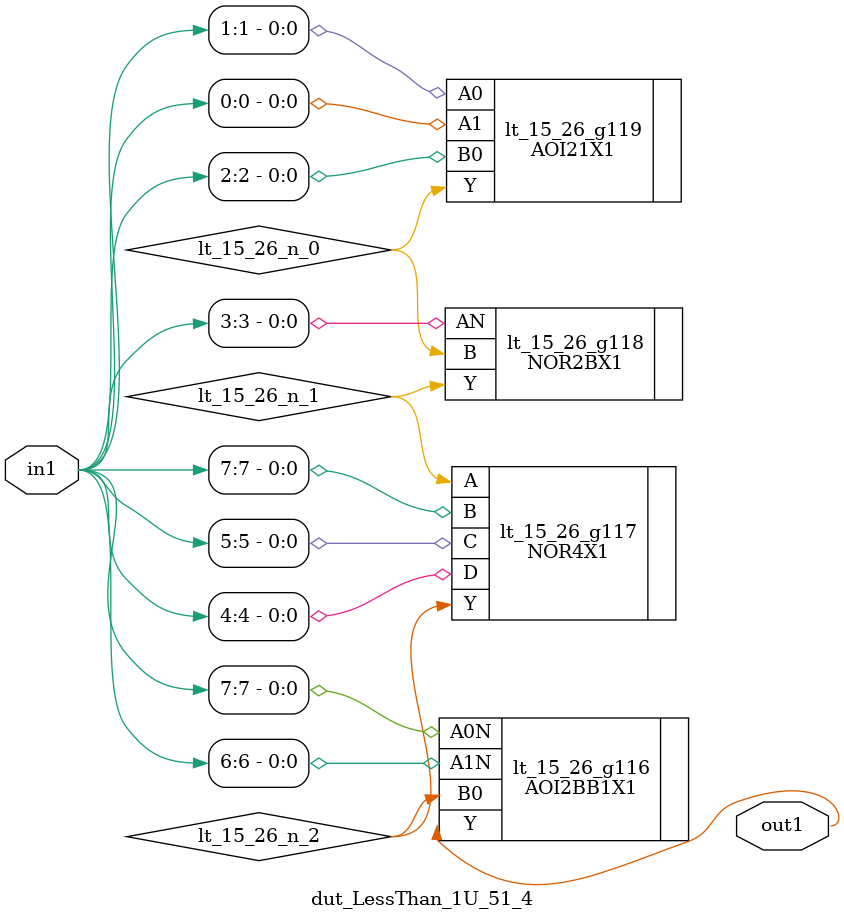
<source format=v>
`timescale 1ps / 1ps


module dut_LessThan_1U_51_4(in1, out1);
  input [7:0] in1;
  output out1;
  wire [7:0] in1;
  wire out1;
  wire lt_15_26_n_0, lt_15_26_n_1, lt_15_26_n_2;
  AOI2BB1X1 lt_15_26_g116(.A0N (in1[7]), .A1N (in1[6]), .B0
       (lt_15_26_n_2), .Y (out1));
  NOR4X1 lt_15_26_g117(.A (lt_15_26_n_1), .B (in1[7]), .C (in1[5]), .D
       (in1[4]), .Y (lt_15_26_n_2));
  NOR2BX1 lt_15_26_g118(.AN (in1[3]), .B (lt_15_26_n_0), .Y
       (lt_15_26_n_1));
  AOI21X1 lt_15_26_g119(.A0 (in1[1]), .A1 (in1[0]), .B0 (in1[2]), .Y
       (lt_15_26_n_0));
endmodule



</source>
